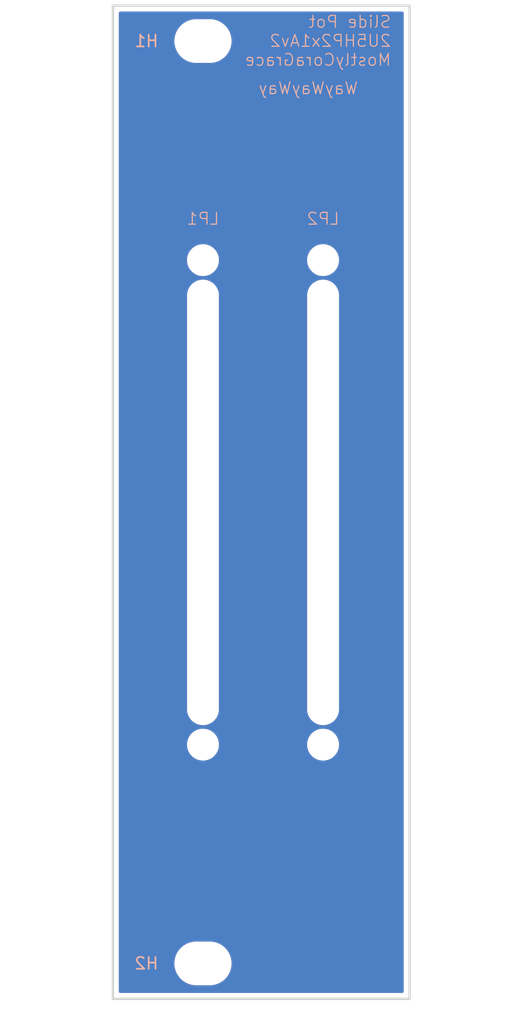
<source format=kicad_pcb>
(kicad_pcb (version 20241229) (generator "pcbnew") (generator_version "9.0")
  (layers (0 "F.Cu" signal) (2 "B.Cu" signal) (13 "F.Paste" user) (15 "B.Paste" user) (5 "F.SilkS" user "F.Silkscreen") (7 "B.SilkS" user "B.Silkscreen") (1 "F.Mask" user) (3 "B.Mask" user) (25 "Edge.Cuts" user))
  (net 0 "")
  (footprint "EXC:MountingHole_3.2mm_M3" (layer "F.Cu") (at 7.62 5.425)
    (property "Reference" "H1" (at -3.683 0 0) (layer "B.SilkS") (effects (justify left mirror)))
    (property "Value" "Eurorack_M3_MountingHole")
    (pad "" np_thru_hole oval (at 0 0) (size 4.34 3.2) (drill oval 4.34 3.2) (layers "*.Cu" "*.Mask"))
  )
  (footprint "EXC:MountingHole_3.2mm_M3" (layer "F.Cu") (at 7.62 83.475)
    (property "Reference" "H2" (at -3.683 0 0) (layer "B.SilkS") (effects (justify left mirror)))
    (property "Value" "Eurorack_M3_MountingHole")
    (pad "" np_thru_hole oval (at 0 0) (size 4.34 3.2) (drill oval 4.34 3.2) (layers "*.Cu" "*.Mask"))
  )
  (footprint "EXC:Linear_Potentiometer_45mm_M2_Panel_Mount" (layer "F.Cu") (at 17.7792 44.4625)
    (property "Reference" "LP2" (at 0 -24.003 0) (layer "B.SilkS") (effects (font (thickness 0.1)) (justify mirror)))
    (property "Value" "Linear_Potentiometer_45mm_M2_Panel_Mount")
    (pad "" np_thru_hole circle (at 0 -20.5) (size 2.2 2.2) (drill 2.2) (layers "*.Cu" "*.Mask"))
    (pad "" np_thru_hole oval (at 0 0) (size 2.2 37.2) (drill oval 2.2 37.2) (layers "*.Cu" "*.Mask"))
    (pad "" np_thru_hole circle (at 0 20.5) (size 2.2 2.2) (drill 2.2) (layers "*.Cu" "*.Mask"))
  )
  (footprint "EXC:Linear_Potentiometer_45mm_M2_Panel_Mount" (layer "F.Cu") (at 7.6192 44.4625)
    (property "Reference" "LP1" (at 0 -24.003 0) (layer "B.SilkS") (effects (font (thickness 0.1)) (justify mirror)))
    (property "Value" "Linear_Potentiometer_45mm_M2_Panel_Mount")
    (pad "" np_thru_hole circle (at 0 -20.5) (size 2.2 2.2) (drill 2.2) (layers "*.Cu" "*.Mask"))
    (pad "" np_thru_hole oval (at 0 0) (size 2.2 37.2) (drill oval 2.2 37.2) (layers "*.Cu" "*.Mask"))
    (pad "" np_thru_hole circle (at 0 20.5) (size 2.2 2.2) (drill 2.2) (layers "*.Cu" "*.Mask"))
  )
  (gr_rect (start 0 2.425) (end 25.1 86.475) (stroke (width 0.2)) (fill no) (layer "Edge.Cuts"))
  (gr_text "WayWayWay" (at 20.8 10 0) (layer "B.SilkS") (effects (font (size 1 1) (thickness 0.1)) (justify left bottom mirror)))
  (gr_text "Slide Pot\n2U5HP2x1Av2\nMostlyCoraGrace" (at 23.6 7.6 0) (layer "B.SilkS") (effects (font (size 1 1) (thickness 0.1)) (justify left bottom mirror)))
  (zone (net 0) (net_name "") (layers "F.Cu" "B.Cu") (connect_pads (clearance 0.5)) (min_thickness 0.25) (fill yes (thermal_gap 0.5) (thermal_bridge_width 0.5) (island_removal_mode 1) (island_area_min 10))
    (polygon (pts (xy 0 2.425) (xy 25.1 2.425) (xy 25.1 86.475) (xy 0 86.475)))
  )
)
</source>
